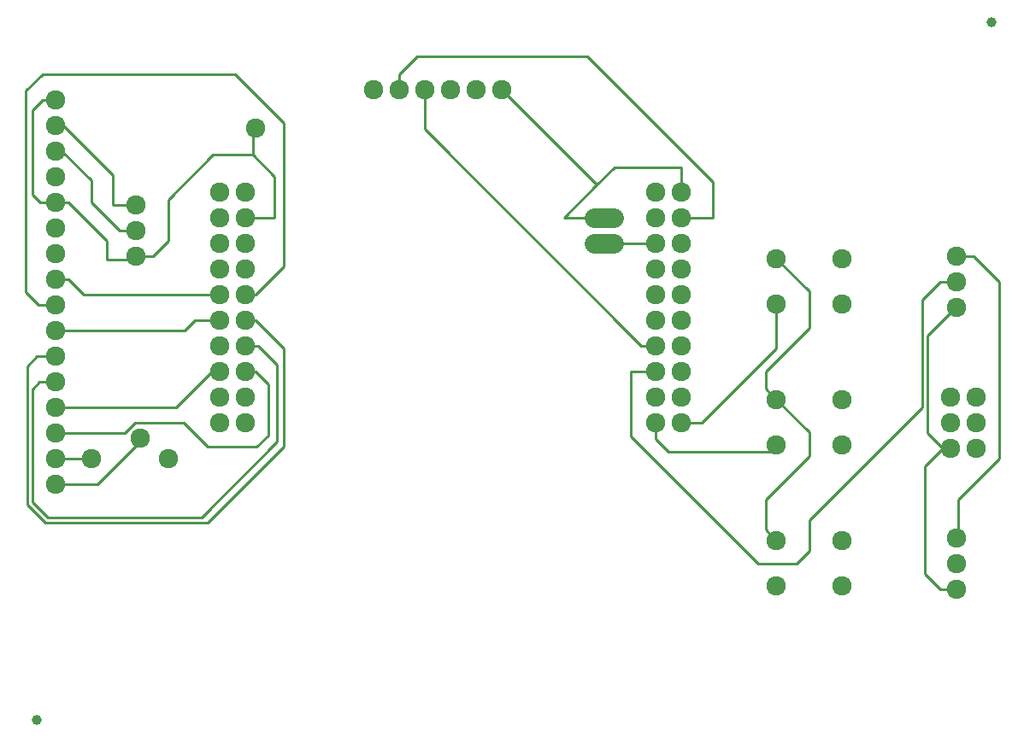
<source format=gtl>
G04 EAGLE Gerber RS-274X export*
G75*
%MOMM*%
%FSLAX34Y34*%
%LPD*%
%INTop Copper*%
%IPPOS*%
%AMOC8*
5,1,8,0,0,1.08239X$1,22.5*%
G01*
%ADD10C,1.924000*%
%ADD11C,1.000000*%
%ADD12C,1.924000*%
%ADD13C,0.254000*%


D10*
X78800Y789900D03*
X78800Y764500D03*
X78800Y739100D03*
X78800Y713700D03*
X78800Y688300D03*
X78800Y662900D03*
X78800Y637500D03*
X78800Y612100D03*
X78800Y586700D03*
X78800Y561300D03*
X78800Y535900D03*
X78800Y510500D03*
X78800Y485100D03*
X78800Y459700D03*
X78800Y434300D03*
X78800Y408900D03*
X190500Y434340D03*
X114300Y434340D03*
X520700Y800100D03*
X495300Y800100D03*
X469900Y800100D03*
X444500Y800100D03*
X419100Y800100D03*
X393700Y800100D03*
X858012Y586994D03*
X858012Y632206D03*
X792988Y586994D03*
X792988Y632206D03*
X858012Y447294D03*
X858012Y492506D03*
X792988Y447294D03*
X792988Y492506D03*
X858012Y307594D03*
X858012Y352806D03*
X792988Y307594D03*
X792988Y352806D03*
X990600Y469900D03*
X990600Y444500D03*
X990600Y495300D03*
X965200Y495300D03*
X965200Y469900D03*
X965200Y444500D03*
X158750Y635000D03*
X158750Y685800D03*
X158750Y660400D03*
X971550Y584200D03*
X971550Y635000D03*
X971550Y609600D03*
X971550Y304800D03*
X971550Y355600D03*
X971550Y330200D03*
D11*
X60400Y174700D03*
X1006400Y866700D03*
D12*
X631920Y673100D02*
X612680Y673100D01*
X612680Y647700D02*
X631920Y647700D01*
D10*
X241300Y698500D03*
X241300Y673100D03*
X241300Y647700D03*
X241300Y622300D03*
X241300Y596900D03*
X241300Y571500D03*
X266700Y698500D03*
X266700Y673100D03*
X266700Y647700D03*
X266700Y622300D03*
X266700Y596900D03*
X266700Y571500D03*
X241300Y546100D03*
X241300Y520700D03*
X266700Y546100D03*
X266700Y520700D03*
X241300Y495300D03*
X266700Y495300D03*
X241300Y469900D03*
X266700Y469900D03*
X673100Y698500D03*
X673100Y673100D03*
X673100Y647700D03*
X673100Y622300D03*
X673100Y596900D03*
X673100Y571500D03*
X698500Y698500D03*
X698500Y673100D03*
X698500Y647700D03*
X698500Y622300D03*
X698500Y596900D03*
X698500Y571500D03*
X673100Y546100D03*
X673100Y520700D03*
X698500Y546100D03*
X698500Y520700D03*
X673100Y495300D03*
X698500Y495300D03*
X673100Y469900D03*
X698500Y469900D03*
D13*
X673100Y647700D02*
X622300Y647700D01*
X659130Y546100D02*
X673100Y546100D01*
X659130Y546100D02*
X444500Y760730D01*
X444500Y800100D01*
X648970Y520700D02*
X673100Y520700D01*
X648970Y520700D02*
X648970Y455930D01*
X774700Y330200D01*
X812800Y330200D01*
X825500Y342900D01*
X825500Y373380D01*
X937260Y485140D01*
X937260Y591820D01*
X955040Y609600D01*
X971550Y609600D01*
X673100Y469900D02*
X673100Y453390D01*
X685800Y440690D01*
X786384Y440690D02*
X792988Y447294D01*
X786384Y440690D02*
X685800Y440690D01*
X207010Y561340D02*
X78840Y561340D01*
X207010Y561340D02*
X217170Y571500D01*
X241300Y571500D01*
X78840Y561340D02*
X78800Y561300D01*
X93980Y485140D02*
X198120Y485140D01*
X233680Y520700D01*
X241300Y520700D01*
X93980Y485140D02*
X93940Y485100D01*
X78800Y485100D01*
X78800Y535900D02*
X60900Y535900D01*
X50800Y525800D01*
X50800Y388620D01*
X68580Y370840D01*
X229870Y370840D01*
X304800Y445770D01*
X304800Y543560D01*
X276860Y571500D01*
X266700Y571500D01*
X78800Y510500D02*
X63460Y510500D01*
X55880Y502920D01*
X55880Y391160D01*
X71120Y375920D01*
X223520Y375920D01*
X298450Y450850D01*
X298450Y527050D01*
X279400Y546100D01*
X266700Y546100D01*
X147320Y459740D02*
X81280Y459740D01*
X147320Y459740D02*
X157480Y469900D01*
X205740Y469900D01*
X229870Y445770D01*
X278130Y445770D01*
X289560Y457200D01*
X289560Y508000D01*
X276860Y520700D01*
X266700Y520700D01*
X81280Y459740D02*
X80020Y458480D01*
X78800Y459700D01*
X698500Y469900D02*
X718820Y469900D01*
X792480Y543560D01*
X792988Y586994D02*
X792988Y588010D01*
X792480Y587502D01*
X792480Y543560D01*
X241300Y596900D02*
X106680Y596900D01*
X78820Y612080D02*
X78800Y612100D01*
X78820Y612080D02*
X91500Y612080D01*
X106680Y596900D01*
X78800Y586700D02*
X62230Y586700D01*
X49530Y599400D01*
X49530Y798830D01*
X66040Y815340D01*
X256540Y815340D01*
X304800Y767080D01*
X304800Y624840D01*
X276860Y596900D01*
X266700Y596900D01*
X698500Y673100D02*
X730250Y673100D01*
X730250Y708660D01*
X605790Y833120D01*
X436880Y833120D01*
X419100Y815340D01*
X419100Y800100D01*
X86400Y764500D02*
X78800Y764500D01*
X86400Y764500D02*
X135890Y715010D01*
X135890Y685800D02*
X158750Y685800D01*
X135890Y685800D02*
X135890Y715010D01*
X972820Y393700D02*
X972820Y355600D01*
X972820Y393700D02*
X1013460Y434340D01*
X1013460Y609600D01*
X988060Y635000D01*
X971550Y635000D01*
X971550Y355600D02*
X972820Y355600D01*
X120650Y408940D02*
X78800Y408940D01*
X162560Y450850D02*
X162560Y454660D01*
X162560Y450850D02*
X120650Y408940D01*
X78800Y408940D02*
X78800Y408900D01*
X154943Y631193D02*
X158750Y635000D01*
X154943Y631193D02*
X129600Y631193D01*
X91500Y688300D02*
X78800Y688300D01*
X91500Y688300D02*
X129600Y650200D01*
X129600Y631193D01*
X266700Y673100D02*
X295910Y673100D01*
X295910Y713740D01*
X274320Y735330D01*
X234950Y735330D01*
X190500Y690880D01*
X190500Y650240D01*
X175260Y635000D01*
X158750Y635000D01*
X78800Y688300D02*
X63540Y688300D01*
X55880Y695960D01*
X66100Y789900D02*
X78800Y789900D01*
X66100Y789900D02*
X55880Y779680D01*
X55880Y695960D01*
X942340Y459740D02*
X957580Y444500D01*
X942340Y459740D02*
X942340Y556260D01*
X970280Y584200D01*
X971550Y584200D01*
X971550Y304800D02*
X955040Y304800D01*
X939800Y320040D01*
X939800Y426720D01*
X957580Y444500D01*
X965200Y444500D01*
X792988Y352806D02*
X782320Y363474D01*
X782320Y393700D01*
X825500Y436880D01*
X825500Y459994D01*
X792988Y492506D01*
X698500Y698500D02*
X698500Y722630D01*
X632460Y722630D01*
X615315Y705485D02*
X582930Y673100D01*
X615315Y705485D02*
X632460Y722630D01*
X622300Y673100D02*
X582930Y673100D01*
X615315Y705485D02*
X520700Y800100D01*
X782320Y520700D02*
X782320Y503174D01*
X792988Y492506D01*
X782320Y520700D02*
X825500Y563880D01*
X825500Y599694D01*
X792988Y632206D01*
X274320Y735330D02*
X274320Y759460D01*
X276860Y762000D01*
D10*
X162560Y454660D03*
X276860Y762000D03*
D13*
X114300Y709950D02*
X114300Y688340D01*
X142240Y660400D01*
X158750Y660400D01*
X114300Y709950D02*
X85150Y739100D01*
X78800Y739100D01*
X114300Y434340D02*
X114260Y434300D01*
X78800Y434300D01*
M02*

</source>
